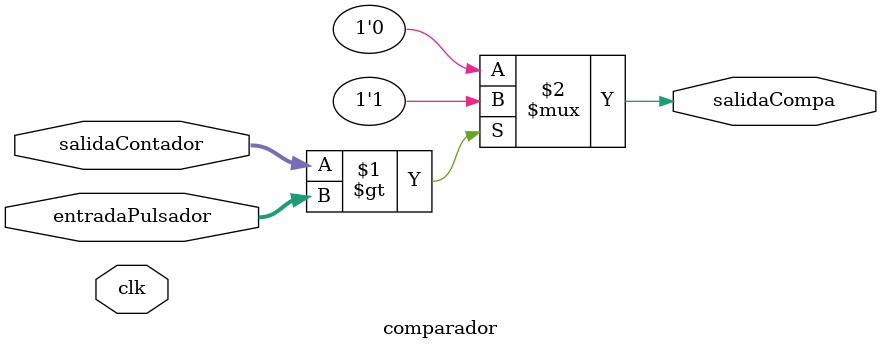
<source format=v>
module comparador (
    input clk,
    input  [SIZE-1:0] salidaContador,
    input  [SIZE-1:0] entradaPulsador,
    output salidaCompa
  );
parameter SIZE = 19;

assign salidaCompa = (salidaContador > entradaPulsador) ?1'b1:1'b0;

  
endmodule

</source>
